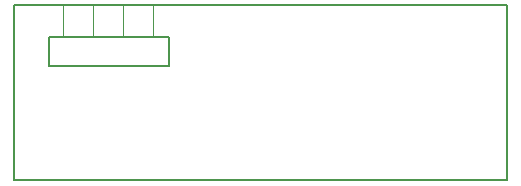
<source format=gbo>
G04 MADE WITH FRITZING*
G04 WWW.FRITZING.ORG*
G04 SINGLE SIDED*
G04 HOLES NOT PLATED*
G04 CONTOUR ON CENTER OF CONTOUR VECTOR*
%ASAXBY*%
%FSLAX23Y23*%
%MOIN*%
%OFA0B0*%
%SFA1.0B1.0*%
%ADD10R,1.653540X0.590551X1.637540X0.574551*%
%ADD11C,0.008000*%
%ADD12C,0.005000*%
%ADD13R,0.001000X0.001000*%
%LNSILK0*%
G90*
G70*
G54D11*
X4Y587D02*
X1650Y587D01*
X1650Y4D01*
X4Y4D01*
X4Y587D01*
D02*
G54D12*
X521Y385D02*
X121Y385D01*
D02*
X121Y385D02*
X121Y483D01*
D02*
X121Y483D02*
X171Y483D01*
D02*
X171Y483D02*
X271Y483D01*
D02*
X271Y483D02*
X371Y483D01*
D02*
X371Y483D02*
X471Y483D01*
D02*
X471Y483D02*
X521Y483D01*
D02*
X521Y483D02*
X521Y385D01*
G54D13*
X169Y591D02*
X173Y591D01*
X269Y591D02*
X273Y591D01*
X369Y591D02*
X373Y591D01*
X469Y591D02*
X473Y591D01*
X169Y590D02*
X173Y590D01*
X269Y590D02*
X273Y590D01*
X369Y590D02*
X373Y590D01*
X469Y590D02*
X473Y590D01*
X169Y589D02*
X173Y589D01*
X269Y589D02*
X273Y589D01*
X369Y589D02*
X373Y589D01*
X469Y589D02*
X473Y589D01*
X169Y588D02*
X173Y588D01*
X269Y588D02*
X273Y588D01*
X369Y588D02*
X373Y588D01*
X469Y588D02*
X473Y588D01*
X169Y587D02*
X173Y587D01*
X269Y587D02*
X273Y587D01*
X369Y587D02*
X373Y587D01*
X469Y587D02*
X473Y587D01*
X169Y586D02*
X173Y586D01*
X269Y586D02*
X273Y586D01*
X369Y586D02*
X373Y586D01*
X469Y586D02*
X473Y586D01*
X169Y585D02*
X173Y585D01*
X269Y585D02*
X273Y585D01*
X369Y585D02*
X373Y585D01*
X469Y585D02*
X473Y585D01*
X169Y584D02*
X173Y584D01*
X269Y584D02*
X273Y584D01*
X369Y584D02*
X373Y584D01*
X469Y584D02*
X473Y584D01*
X169Y583D02*
X173Y583D01*
X269Y583D02*
X273Y583D01*
X369Y583D02*
X373Y583D01*
X469Y583D02*
X473Y583D01*
X169Y582D02*
X173Y582D01*
X269Y582D02*
X273Y582D01*
X369Y582D02*
X373Y582D01*
X469Y582D02*
X473Y582D01*
X169Y581D02*
X173Y581D01*
X269Y581D02*
X273Y581D01*
X369Y581D02*
X373Y581D01*
X469Y581D02*
X473Y581D01*
X169Y580D02*
X173Y580D01*
X269Y580D02*
X273Y580D01*
X369Y580D02*
X373Y580D01*
X469Y580D02*
X473Y580D01*
X169Y579D02*
X173Y579D01*
X269Y579D02*
X273Y579D01*
X369Y579D02*
X373Y579D01*
X469Y579D02*
X473Y579D01*
X169Y578D02*
X173Y578D01*
X269Y578D02*
X273Y578D01*
X369Y578D02*
X373Y578D01*
X469Y578D02*
X473Y578D01*
X169Y577D02*
X173Y577D01*
X269Y577D02*
X273Y577D01*
X369Y577D02*
X373Y577D01*
X469Y577D02*
X473Y577D01*
X169Y576D02*
X173Y576D01*
X269Y576D02*
X273Y576D01*
X369Y576D02*
X373Y576D01*
X469Y576D02*
X473Y576D01*
X169Y575D02*
X173Y575D01*
X269Y575D02*
X273Y575D01*
X369Y575D02*
X373Y575D01*
X469Y575D02*
X473Y575D01*
X169Y574D02*
X173Y574D01*
X269Y574D02*
X273Y574D01*
X369Y574D02*
X373Y574D01*
X469Y574D02*
X473Y574D01*
X169Y573D02*
X173Y573D01*
X269Y573D02*
X273Y573D01*
X369Y573D02*
X373Y573D01*
X469Y573D02*
X473Y573D01*
X169Y572D02*
X173Y572D01*
X269Y572D02*
X273Y572D01*
X369Y572D02*
X373Y572D01*
X469Y572D02*
X473Y572D01*
X169Y571D02*
X173Y571D01*
X269Y571D02*
X273Y571D01*
X369Y571D02*
X373Y571D01*
X469Y571D02*
X473Y571D01*
X169Y570D02*
X173Y570D01*
X269Y570D02*
X273Y570D01*
X369Y570D02*
X373Y570D01*
X469Y570D02*
X473Y570D01*
X169Y569D02*
X173Y569D01*
X269Y569D02*
X273Y569D01*
X369Y569D02*
X373Y569D01*
X469Y569D02*
X473Y569D01*
X169Y568D02*
X173Y568D01*
X269Y568D02*
X273Y568D01*
X369Y568D02*
X373Y568D01*
X469Y568D02*
X473Y568D01*
X169Y567D02*
X173Y567D01*
X269Y567D02*
X273Y567D01*
X369Y567D02*
X373Y567D01*
X469Y567D02*
X473Y567D01*
X169Y566D02*
X173Y566D01*
X269Y566D02*
X273Y566D01*
X369Y566D02*
X373Y566D01*
X469Y566D02*
X473Y566D01*
X169Y565D02*
X173Y565D01*
X269Y565D02*
X273Y565D01*
X369Y565D02*
X373Y565D01*
X469Y565D02*
X473Y565D01*
X169Y564D02*
X173Y564D01*
X269Y564D02*
X273Y564D01*
X369Y564D02*
X373Y564D01*
X469Y564D02*
X473Y564D01*
X169Y563D02*
X173Y563D01*
X269Y563D02*
X273Y563D01*
X369Y563D02*
X373Y563D01*
X469Y563D02*
X473Y563D01*
X169Y562D02*
X173Y562D01*
X269Y562D02*
X273Y562D01*
X369Y562D02*
X373Y562D01*
X469Y562D02*
X473Y562D01*
X169Y561D02*
X173Y561D01*
X269Y561D02*
X273Y561D01*
X369Y561D02*
X373Y561D01*
X469Y561D02*
X473Y561D01*
X169Y560D02*
X173Y560D01*
X269Y560D02*
X273Y560D01*
X369Y560D02*
X373Y560D01*
X469Y560D02*
X473Y560D01*
X169Y559D02*
X173Y559D01*
X269Y559D02*
X273Y559D01*
X369Y559D02*
X373Y559D01*
X469Y559D02*
X473Y559D01*
X169Y558D02*
X173Y558D01*
X269Y558D02*
X273Y558D01*
X369Y558D02*
X373Y558D01*
X469Y558D02*
X473Y558D01*
X169Y557D02*
X173Y557D01*
X269Y557D02*
X273Y557D01*
X369Y557D02*
X373Y557D01*
X469Y557D02*
X473Y557D01*
X169Y556D02*
X173Y556D01*
X269Y556D02*
X273Y556D01*
X369Y556D02*
X373Y556D01*
X469Y556D02*
X473Y556D01*
X169Y555D02*
X173Y555D01*
X269Y555D02*
X273Y555D01*
X369Y555D02*
X373Y555D01*
X469Y555D02*
X473Y555D01*
X169Y554D02*
X173Y554D01*
X269Y554D02*
X273Y554D01*
X369Y554D02*
X373Y554D01*
X469Y554D02*
X473Y554D01*
X169Y553D02*
X173Y553D01*
X269Y553D02*
X273Y553D01*
X369Y553D02*
X373Y553D01*
X469Y553D02*
X473Y553D01*
X169Y552D02*
X173Y552D01*
X269Y552D02*
X273Y552D01*
X369Y552D02*
X373Y552D01*
X469Y552D02*
X473Y552D01*
X169Y551D02*
X173Y551D01*
X269Y551D02*
X273Y551D01*
X369Y551D02*
X373Y551D01*
X469Y551D02*
X473Y551D01*
X169Y550D02*
X173Y550D01*
X269Y550D02*
X273Y550D01*
X369Y550D02*
X373Y550D01*
X469Y550D02*
X473Y550D01*
X169Y549D02*
X173Y549D01*
X269Y549D02*
X273Y549D01*
X369Y549D02*
X373Y549D01*
X469Y549D02*
X473Y549D01*
X169Y548D02*
X173Y548D01*
X269Y548D02*
X273Y548D01*
X369Y548D02*
X373Y548D01*
X469Y548D02*
X473Y548D01*
X169Y547D02*
X173Y547D01*
X269Y547D02*
X273Y547D01*
X369Y547D02*
X373Y547D01*
X469Y547D02*
X473Y547D01*
X169Y546D02*
X173Y546D01*
X269Y546D02*
X273Y546D01*
X369Y546D02*
X373Y546D01*
X469Y546D02*
X473Y546D01*
X169Y545D02*
X173Y545D01*
X269Y545D02*
X273Y545D01*
X369Y545D02*
X373Y545D01*
X469Y545D02*
X473Y545D01*
X169Y544D02*
X173Y544D01*
X269Y544D02*
X273Y544D01*
X369Y544D02*
X373Y544D01*
X469Y544D02*
X473Y544D01*
X169Y543D02*
X173Y543D01*
X269Y543D02*
X273Y543D01*
X369Y543D02*
X373Y543D01*
X469Y543D02*
X473Y543D01*
X169Y542D02*
X173Y542D01*
X269Y542D02*
X273Y542D01*
X369Y542D02*
X373Y542D01*
X469Y542D02*
X473Y542D01*
X169Y541D02*
X173Y541D01*
X269Y541D02*
X273Y541D01*
X369Y541D02*
X373Y541D01*
X469Y541D02*
X473Y541D01*
X169Y540D02*
X173Y540D01*
X269Y540D02*
X273Y540D01*
X369Y540D02*
X373Y540D01*
X469Y540D02*
X473Y540D01*
X169Y539D02*
X173Y539D01*
X269Y539D02*
X273Y539D01*
X369Y539D02*
X373Y539D01*
X469Y539D02*
X473Y539D01*
X169Y538D02*
X173Y538D01*
X269Y538D02*
X273Y538D01*
X369Y538D02*
X373Y538D01*
X469Y538D02*
X473Y538D01*
X169Y537D02*
X173Y537D01*
X269Y537D02*
X273Y537D01*
X369Y537D02*
X373Y537D01*
X469Y537D02*
X473Y537D01*
X169Y536D02*
X173Y536D01*
X269Y536D02*
X273Y536D01*
X369Y536D02*
X373Y536D01*
X469Y536D02*
X473Y536D01*
X169Y535D02*
X173Y535D01*
X269Y535D02*
X273Y535D01*
X369Y535D02*
X373Y535D01*
X469Y535D02*
X473Y535D01*
X169Y534D02*
X173Y534D01*
X269Y534D02*
X273Y534D01*
X369Y534D02*
X373Y534D01*
X469Y534D02*
X473Y534D01*
X169Y533D02*
X173Y533D01*
X269Y533D02*
X273Y533D01*
X369Y533D02*
X373Y533D01*
X469Y533D02*
X473Y533D01*
X169Y532D02*
X173Y532D01*
X269Y532D02*
X273Y532D01*
X369Y532D02*
X373Y532D01*
X469Y532D02*
X473Y532D01*
X169Y531D02*
X173Y531D01*
X269Y531D02*
X273Y531D01*
X369Y531D02*
X373Y531D01*
X469Y531D02*
X473Y531D01*
X169Y530D02*
X173Y530D01*
X269Y530D02*
X273Y530D01*
X369Y530D02*
X373Y530D01*
X469Y530D02*
X473Y530D01*
X169Y529D02*
X173Y529D01*
X269Y529D02*
X273Y529D01*
X369Y529D02*
X373Y529D01*
X469Y529D02*
X473Y529D01*
X169Y528D02*
X173Y528D01*
X269Y528D02*
X273Y528D01*
X369Y528D02*
X373Y528D01*
X469Y528D02*
X473Y528D01*
X169Y527D02*
X173Y527D01*
X269Y527D02*
X273Y527D01*
X369Y527D02*
X373Y527D01*
X469Y527D02*
X473Y527D01*
X169Y526D02*
X173Y526D01*
X269Y526D02*
X273Y526D01*
X369Y526D02*
X373Y526D01*
X469Y526D02*
X473Y526D01*
X169Y525D02*
X173Y525D01*
X269Y525D02*
X273Y525D01*
X369Y525D02*
X373Y525D01*
X469Y525D02*
X473Y525D01*
X169Y524D02*
X173Y524D01*
X269Y524D02*
X273Y524D01*
X369Y524D02*
X373Y524D01*
X469Y524D02*
X473Y524D01*
X169Y523D02*
X173Y523D01*
X269Y523D02*
X273Y523D01*
X369Y523D02*
X373Y523D01*
X469Y523D02*
X473Y523D01*
X169Y522D02*
X173Y522D01*
X269Y522D02*
X273Y522D01*
X369Y522D02*
X373Y522D01*
X469Y522D02*
X473Y522D01*
X169Y521D02*
X173Y521D01*
X269Y521D02*
X273Y521D01*
X369Y521D02*
X373Y521D01*
X469Y521D02*
X473Y521D01*
X169Y520D02*
X173Y520D01*
X269Y520D02*
X273Y520D01*
X369Y520D02*
X373Y520D01*
X469Y520D02*
X473Y520D01*
X169Y519D02*
X173Y519D01*
X269Y519D02*
X273Y519D01*
X369Y519D02*
X373Y519D01*
X469Y519D02*
X473Y519D01*
X169Y518D02*
X173Y518D01*
X269Y518D02*
X273Y518D01*
X369Y518D02*
X373Y518D01*
X469Y518D02*
X473Y518D01*
X169Y517D02*
X173Y517D01*
X269Y517D02*
X273Y517D01*
X369Y517D02*
X373Y517D01*
X469Y517D02*
X473Y517D01*
X169Y516D02*
X173Y516D01*
X269Y516D02*
X273Y516D01*
X369Y516D02*
X373Y516D01*
X469Y516D02*
X473Y516D01*
X169Y515D02*
X173Y515D01*
X269Y515D02*
X273Y515D01*
X369Y515D02*
X373Y515D01*
X469Y515D02*
X473Y515D01*
X169Y514D02*
X173Y514D01*
X269Y514D02*
X273Y514D01*
X369Y514D02*
X373Y514D01*
X469Y514D02*
X473Y514D01*
X169Y513D02*
X173Y513D01*
X269Y513D02*
X273Y513D01*
X369Y513D02*
X373Y513D01*
X469Y513D02*
X473Y513D01*
X169Y512D02*
X173Y512D01*
X269Y512D02*
X273Y512D01*
X369Y512D02*
X373Y512D01*
X469Y512D02*
X473Y512D01*
X169Y511D02*
X173Y511D01*
X269Y511D02*
X273Y511D01*
X369Y511D02*
X373Y511D01*
X469Y511D02*
X473Y511D01*
X169Y510D02*
X173Y510D01*
X269Y510D02*
X273Y510D01*
X369Y510D02*
X373Y510D01*
X469Y510D02*
X473Y510D01*
X169Y509D02*
X173Y509D01*
X269Y509D02*
X273Y509D01*
X369Y509D02*
X373Y509D01*
X469Y509D02*
X473Y509D01*
X169Y508D02*
X173Y508D01*
X269Y508D02*
X273Y508D01*
X369Y508D02*
X373Y508D01*
X469Y508D02*
X473Y508D01*
X169Y507D02*
X173Y507D01*
X269Y507D02*
X273Y507D01*
X369Y507D02*
X373Y507D01*
X469Y507D02*
X473Y507D01*
X169Y506D02*
X173Y506D01*
X269Y506D02*
X273Y506D01*
X369Y506D02*
X373Y506D01*
X469Y506D02*
X473Y506D01*
X169Y505D02*
X173Y505D01*
X269Y505D02*
X273Y505D01*
X369Y505D02*
X373Y505D01*
X469Y505D02*
X473Y505D01*
X169Y504D02*
X173Y504D01*
X269Y504D02*
X273Y504D01*
X369Y504D02*
X373Y504D01*
X469Y504D02*
X473Y504D01*
X169Y503D02*
X173Y503D01*
X269Y503D02*
X273Y503D01*
X369Y503D02*
X373Y503D01*
X469Y503D02*
X473Y503D01*
X169Y502D02*
X173Y502D01*
X269Y502D02*
X273Y502D01*
X369Y502D02*
X373Y502D01*
X469Y502D02*
X473Y502D01*
X169Y501D02*
X173Y501D01*
X269Y501D02*
X273Y501D01*
X369Y501D02*
X373Y501D01*
X469Y501D02*
X473Y501D01*
X169Y500D02*
X173Y500D01*
X269Y500D02*
X273Y500D01*
X369Y500D02*
X373Y500D01*
X469Y500D02*
X473Y500D01*
X169Y499D02*
X173Y499D01*
X269Y499D02*
X273Y499D01*
X369Y499D02*
X373Y499D01*
X469Y499D02*
X473Y499D01*
X169Y498D02*
X173Y498D01*
X269Y498D02*
X273Y498D01*
X369Y498D02*
X373Y498D01*
X469Y498D02*
X473Y498D01*
X169Y497D02*
X173Y497D01*
X269Y497D02*
X273Y497D01*
X369Y497D02*
X373Y497D01*
X469Y497D02*
X473Y497D01*
X169Y496D02*
X173Y496D01*
X269Y496D02*
X273Y496D01*
X369Y496D02*
X373Y496D01*
X469Y496D02*
X473Y496D01*
X169Y495D02*
X173Y495D01*
X269Y495D02*
X273Y495D01*
X369Y495D02*
X373Y495D01*
X469Y495D02*
X473Y495D01*
X169Y494D02*
X173Y494D01*
X269Y494D02*
X273Y494D01*
X369Y494D02*
X373Y494D01*
X469Y494D02*
X473Y494D01*
X169Y493D02*
X173Y493D01*
X269Y493D02*
X273Y493D01*
X369Y493D02*
X373Y493D01*
X469Y493D02*
X473Y493D01*
X169Y492D02*
X173Y492D01*
X269Y492D02*
X273Y492D01*
X369Y492D02*
X373Y492D01*
X469Y492D02*
X473Y492D01*
X169Y491D02*
X173Y491D01*
X269Y491D02*
X273Y491D01*
X369Y491D02*
X373Y491D01*
X469Y491D02*
X473Y491D01*
X169Y490D02*
X173Y490D01*
X269Y490D02*
X273Y490D01*
X369Y490D02*
X373Y490D01*
X469Y490D02*
X473Y490D01*
X169Y489D02*
X173Y489D01*
X269Y489D02*
X273Y489D01*
X369Y489D02*
X373Y489D01*
X469Y489D02*
X473Y489D01*
X169Y488D02*
X173Y488D01*
X269Y488D02*
X273Y488D01*
X369Y488D02*
X373Y488D01*
X469Y488D02*
X473Y488D01*
X169Y487D02*
X173Y487D01*
X269Y487D02*
X273Y487D01*
X369Y487D02*
X373Y487D01*
X469Y487D02*
X473Y487D01*
X169Y486D02*
X173Y486D01*
X269Y486D02*
X273Y486D01*
X369Y486D02*
X373Y486D01*
X469Y486D02*
X473Y486D01*
X169Y485D02*
X173Y485D01*
X269Y485D02*
X273Y485D01*
X369Y485D02*
X373Y485D01*
X469Y485D02*
X473Y485D01*
X169Y484D02*
X173Y484D01*
X269Y484D02*
X272Y484D01*
X369Y484D02*
X372Y484D01*
X469Y484D02*
X472Y484D01*
X169Y483D02*
X172Y483D01*
X269Y483D02*
X272Y483D01*
X369Y483D02*
X372Y483D01*
X469Y483D02*
X472Y483D01*
D02*
G04 End of Silk0*
M02*
</source>
